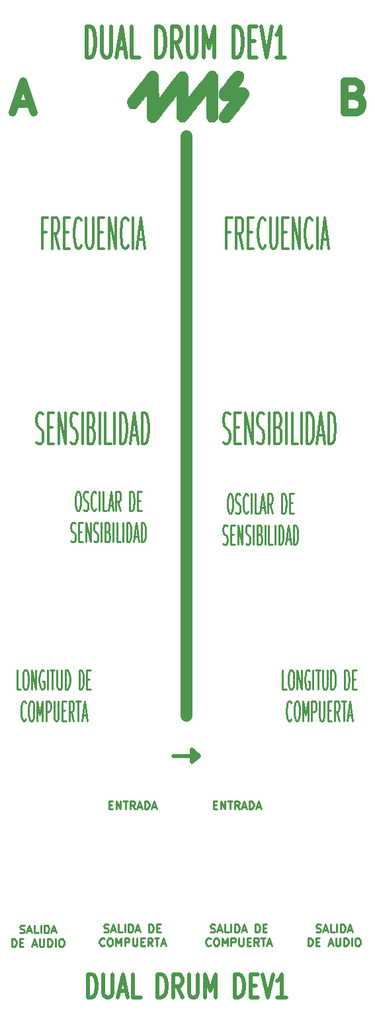
<source format=gbr>
G04 #@! TF.GenerationSoftware,KiCad,Pcbnew,(5.1.4-0-10_14)*
G04 #@! TF.CreationDate,2019-08-29T11:40:13-07:00*
G04 #@! TF.ProjectId,fp-dd-dev1,66702d64-642d-4646-9576-312e6b696361,rev?*
G04 #@! TF.SameCoordinates,PXffeced30PY931840*
G04 #@! TF.FileFunction,Legend,Top*
G04 #@! TF.FilePolarity,Positive*
%FSLAX46Y46*%
G04 Gerber Fmt 4.6, Leading zero omitted, Abs format (unit mm)*
G04 Created by KiCad (PCBNEW (5.1.4-0-10_14)) date 2019-08-29 11:40:13*
%MOMM*%
%LPD*%
G04 APERTURE LIST*
%ADD10C,1.000000*%
%ADD11C,1.500000*%
%ADD12C,0.500000*%
%ADD13C,0.250000*%
%ADD14C,0.375000*%
%ADD15C,0.300000*%
%ADD16C,0.010000*%
%ADD17C,7.620000*%
%ADD18C,7.874000*%
%ADD19C,3.378200*%
%ADD20C,7.112000*%
%ADD21C,5.969000*%
G04 APERTURE END LIST*
D10*
X46834074Y117342314D02*
X47405502Y117151838D01*
X47595979Y116961361D01*
X47786455Y116580409D01*
X47786455Y116008980D01*
X47595979Y115628028D01*
X47405502Y115437552D01*
X47024550Y115247076D01*
X45500740Y115247076D01*
X45500740Y119247076D01*
X46834074Y119247076D01*
X47215026Y119056600D01*
X47405502Y118866123D01*
X47595979Y118485171D01*
X47595979Y118104219D01*
X47405502Y117723266D01*
X47215026Y117532790D01*
X46834074Y117342314D01*
X45500740Y117342314D01*
X3411659Y116389933D02*
X5316420Y116389933D01*
X3030706Y115247076D02*
X4364040Y119247076D01*
X5697373Y115247076D01*
D11*
X25250000Y112225520D02*
X25250000Y38052440D01*
D12*
X25979440Y33683640D02*
X25979440Y32159640D01*
X26883680Y32855600D02*
X25979440Y32113920D01*
X26883680Y32901320D02*
X25979440Y33724280D01*
X23596920Y32896240D02*
X26843040Y32901320D01*
X12616813Y1968418D02*
X12616813Y4968418D01*
X13093003Y4968418D01*
X13378718Y4825560D01*
X13569194Y4539846D01*
X13664432Y4254132D01*
X13759670Y3682703D01*
X13759670Y3254132D01*
X13664432Y2682703D01*
X13569194Y2396989D01*
X13378718Y2111275D01*
X13093003Y1968418D01*
X12616813Y1968418D01*
X14616813Y4968418D02*
X14616813Y2539846D01*
X14712051Y2254132D01*
X14807289Y2111275D01*
X14997765Y1968418D01*
X15378718Y1968418D01*
X15569194Y2111275D01*
X15664432Y2254132D01*
X15759670Y2539846D01*
X15759670Y4968418D01*
X16616813Y2825560D02*
X17569194Y2825560D01*
X16426337Y1968418D02*
X17093003Y4968418D01*
X17759670Y1968418D01*
X19378718Y1968418D02*
X18426337Y1968418D01*
X18426337Y4968418D01*
X21569194Y1968418D02*
X21569194Y4968418D01*
X22045384Y4968418D01*
X22331099Y4825560D01*
X22521575Y4539846D01*
X22616813Y4254132D01*
X22712051Y3682703D01*
X22712051Y3254132D01*
X22616813Y2682703D01*
X22521575Y2396989D01*
X22331099Y2111275D01*
X22045384Y1968418D01*
X21569194Y1968418D01*
X24712051Y1968418D02*
X24045384Y3396989D01*
X23569194Y1968418D02*
X23569194Y4968418D01*
X24331099Y4968418D01*
X24521575Y4825560D01*
X24616813Y4682703D01*
X24712051Y4396989D01*
X24712051Y3968418D01*
X24616813Y3682703D01*
X24521575Y3539846D01*
X24331099Y3396989D01*
X23569194Y3396989D01*
X25569194Y4968418D02*
X25569194Y2539846D01*
X25664432Y2254132D01*
X25759670Y2111275D01*
X25950146Y1968418D01*
X26331099Y1968418D01*
X26521575Y2111275D01*
X26616813Y2254132D01*
X26712051Y2539846D01*
X26712051Y4968418D01*
X27664432Y1968418D02*
X27664432Y4968418D01*
X28331099Y2825560D01*
X28997765Y4968418D01*
X28997765Y1968418D01*
X31473956Y1968418D02*
X31473956Y4968418D01*
X31950146Y4968418D01*
X32235860Y4825560D01*
X32426337Y4539846D01*
X32521575Y4254132D01*
X32616813Y3682703D01*
X32616813Y3254132D01*
X32521575Y2682703D01*
X32426337Y2396989D01*
X32235860Y2111275D01*
X31950146Y1968418D01*
X31473956Y1968418D01*
X33473956Y3539846D02*
X34140622Y3539846D01*
X34426337Y1968418D02*
X33473956Y1968418D01*
X33473956Y4968418D01*
X34426337Y4968418D01*
X34997765Y4968418D02*
X35664432Y1968418D01*
X36331099Y4968418D01*
X38045384Y1968418D02*
X36902527Y1968418D01*
X37473956Y1968418D02*
X37473956Y4968418D01*
X37283480Y4539846D01*
X37093003Y4254132D01*
X36902527Y4111275D01*
X12449173Y122308276D02*
X12449173Y126308276D01*
X12925363Y126308276D01*
X13211078Y126117800D01*
X13401554Y125736847D01*
X13496792Y125355895D01*
X13592030Y124593990D01*
X13592030Y124022561D01*
X13496792Y123260657D01*
X13401554Y122879704D01*
X13211078Y122498752D01*
X12925363Y122308276D01*
X12449173Y122308276D01*
X14449173Y126308276D02*
X14449173Y123070180D01*
X14544411Y122689228D01*
X14639649Y122498752D01*
X14830125Y122308276D01*
X15211078Y122308276D01*
X15401554Y122498752D01*
X15496792Y122689228D01*
X15592030Y123070180D01*
X15592030Y126308276D01*
X16449173Y123451133D02*
X17401554Y123451133D01*
X16258697Y122308276D02*
X16925363Y126308276D01*
X17592030Y122308276D01*
X19211078Y122308276D02*
X18258697Y122308276D01*
X18258697Y126308276D01*
X21401554Y122308276D02*
X21401554Y126308276D01*
X21877744Y126308276D01*
X22163459Y126117800D01*
X22353935Y125736847D01*
X22449173Y125355895D01*
X22544411Y124593990D01*
X22544411Y124022561D01*
X22449173Y123260657D01*
X22353935Y122879704D01*
X22163459Y122498752D01*
X21877744Y122308276D01*
X21401554Y122308276D01*
X24544411Y122308276D02*
X23877744Y124213038D01*
X23401554Y122308276D02*
X23401554Y126308276D01*
X24163459Y126308276D01*
X24353935Y126117800D01*
X24449173Y125927323D01*
X24544411Y125546371D01*
X24544411Y124974942D01*
X24449173Y124593990D01*
X24353935Y124403514D01*
X24163459Y124213038D01*
X23401554Y124213038D01*
X25401554Y126308276D02*
X25401554Y123070180D01*
X25496792Y122689228D01*
X25592030Y122498752D01*
X25782506Y122308276D01*
X26163459Y122308276D01*
X26353935Y122498752D01*
X26449173Y122689228D01*
X26544411Y123070180D01*
X26544411Y126308276D01*
X27496792Y122308276D02*
X27496792Y126308276D01*
X28163459Y123451133D01*
X28830125Y126308276D01*
X28830125Y122308276D01*
X31306316Y122308276D02*
X31306316Y126308276D01*
X31782506Y126308276D01*
X32068220Y126117800D01*
X32258697Y125736847D01*
X32353935Y125355895D01*
X32449173Y124593990D01*
X32449173Y124022561D01*
X32353935Y123260657D01*
X32258697Y122879704D01*
X32068220Y122498752D01*
X31782506Y122308276D01*
X31306316Y122308276D01*
X33306316Y124403514D02*
X33972982Y124403514D01*
X34258697Y122308276D02*
X33306316Y122308276D01*
X33306316Y126308276D01*
X34258697Y126308276D01*
X34830125Y126308276D02*
X35496792Y122308276D01*
X36163459Y126308276D01*
X37877744Y122308276D02*
X36734887Y122308276D01*
X37306316Y122308276D02*
X37306316Y126308276D01*
X37115840Y125736847D01*
X36925363Y125355895D01*
X36734887Y125165419D01*
D13*
X28309072Y10404878D02*
X28451929Y10357259D01*
X28690024Y10357259D01*
X28785262Y10404878D01*
X28832881Y10452497D01*
X28880500Y10547735D01*
X28880500Y10642973D01*
X28832881Y10738211D01*
X28785262Y10785830D01*
X28690024Y10833449D01*
X28499548Y10881068D01*
X28404310Y10928687D01*
X28356691Y10976306D01*
X28309072Y11071544D01*
X28309072Y11166782D01*
X28356691Y11262020D01*
X28404310Y11309640D01*
X28499548Y11357259D01*
X28737643Y11357259D01*
X28880500Y11309640D01*
X29261453Y10642973D02*
X29737643Y10642973D01*
X29166215Y10357259D02*
X29499548Y11357259D01*
X29832881Y10357259D01*
X30642405Y10357259D02*
X30166215Y10357259D01*
X30166215Y11357259D01*
X30975739Y10357259D02*
X30975739Y11357259D01*
X31451929Y10357259D02*
X31451929Y11357259D01*
X31690024Y11357259D01*
X31832881Y11309640D01*
X31928120Y11214401D01*
X31975739Y11119163D01*
X32023358Y10928687D01*
X32023358Y10785830D01*
X31975739Y10595354D01*
X31928120Y10500116D01*
X31832881Y10404878D01*
X31690024Y10357259D01*
X31451929Y10357259D01*
X32404310Y10642973D02*
X32880500Y10642973D01*
X32309072Y10357259D02*
X32642405Y11357259D01*
X32975739Y10357259D01*
X34070977Y10357259D02*
X34070977Y11357259D01*
X34309072Y11357259D01*
X34451929Y11309640D01*
X34547167Y11214401D01*
X34594786Y11119163D01*
X34642405Y10928687D01*
X34642405Y10785830D01*
X34594786Y10595354D01*
X34547167Y10500116D01*
X34451929Y10404878D01*
X34309072Y10357259D01*
X34070977Y10357259D01*
X35070977Y10881068D02*
X35404310Y10881068D01*
X35547167Y10357259D02*
X35070977Y10357259D01*
X35070977Y11357259D01*
X35547167Y11357259D01*
X28356691Y8702498D02*
X28309072Y8654879D01*
X28166215Y8607260D01*
X28070977Y8607260D01*
X27928120Y8654879D01*
X27832881Y8750117D01*
X27785262Y8845355D01*
X27737643Y9035831D01*
X27737643Y9178688D01*
X27785262Y9369164D01*
X27832881Y9464402D01*
X27928120Y9559640D01*
X28070977Y9607260D01*
X28166215Y9607260D01*
X28309072Y9559640D01*
X28356691Y9512021D01*
X28975739Y9607260D02*
X29166215Y9607260D01*
X29261453Y9559640D01*
X29356691Y9464402D01*
X29404310Y9273926D01*
X29404310Y8940593D01*
X29356691Y8750117D01*
X29261453Y8654879D01*
X29166215Y8607260D01*
X28975739Y8607260D01*
X28880500Y8654879D01*
X28785262Y8750117D01*
X28737643Y8940593D01*
X28737643Y9273926D01*
X28785262Y9464402D01*
X28880500Y9559640D01*
X28975739Y9607260D01*
X29832881Y8607260D02*
X29832881Y9607260D01*
X30166215Y8892974D01*
X30499548Y9607260D01*
X30499548Y8607260D01*
X30975739Y8607260D02*
X30975739Y9607260D01*
X31356691Y9607260D01*
X31451929Y9559640D01*
X31499548Y9512021D01*
X31547167Y9416783D01*
X31547167Y9273926D01*
X31499548Y9178688D01*
X31451929Y9131069D01*
X31356691Y9083450D01*
X30975739Y9083450D01*
X31975739Y9607260D02*
X31975739Y8797736D01*
X32023358Y8702498D01*
X32070977Y8654879D01*
X32166215Y8607260D01*
X32356691Y8607260D01*
X32451929Y8654879D01*
X32499548Y8702498D01*
X32547167Y8797736D01*
X32547167Y9607260D01*
X33023358Y9131069D02*
X33356691Y9131069D01*
X33499548Y8607260D02*
X33023358Y8607260D01*
X33023358Y9607260D01*
X33499548Y9607260D01*
X34499548Y8607260D02*
X34166215Y9083450D01*
X33928120Y8607260D02*
X33928120Y9607260D01*
X34309072Y9607260D01*
X34404310Y9559640D01*
X34451929Y9512021D01*
X34499548Y9416783D01*
X34499548Y9273926D01*
X34451929Y9178688D01*
X34404310Y9131069D01*
X34309072Y9083450D01*
X33928120Y9083450D01*
X34785262Y9607260D02*
X35356691Y9607260D01*
X35070977Y8607260D02*
X35070977Y9607260D01*
X35642405Y8892974D02*
X36118596Y8892974D01*
X35547167Y8607260D02*
X35880500Y9607260D01*
X36213834Y8607260D01*
X41854725Y10404878D02*
X41997582Y10357259D01*
X42235678Y10357259D01*
X42330916Y10404878D01*
X42378535Y10452497D01*
X42426154Y10547735D01*
X42426154Y10642973D01*
X42378535Y10738211D01*
X42330916Y10785830D01*
X42235678Y10833449D01*
X42045201Y10881068D01*
X41949963Y10928687D01*
X41902344Y10976306D01*
X41854725Y11071544D01*
X41854725Y11166782D01*
X41902344Y11262020D01*
X41949963Y11309640D01*
X42045201Y11357259D01*
X42283297Y11357259D01*
X42426154Y11309640D01*
X42807106Y10642973D02*
X43283297Y10642973D01*
X42711868Y10357259D02*
X43045201Y11357259D01*
X43378535Y10357259D01*
X44188059Y10357259D02*
X43711868Y10357259D01*
X43711868Y11357259D01*
X44521392Y10357259D02*
X44521392Y11357259D01*
X44997582Y10357259D02*
X44997582Y11357259D01*
X45235678Y11357259D01*
X45378535Y11309640D01*
X45473773Y11214401D01*
X45521392Y11119163D01*
X45569011Y10928687D01*
X45569011Y10785830D01*
X45521392Y10595354D01*
X45473773Y10500116D01*
X45378535Y10404878D01*
X45235678Y10357259D01*
X44997582Y10357259D01*
X45949963Y10642973D02*
X46426154Y10642973D01*
X45854725Y10357259D02*
X46188059Y11357259D01*
X46521392Y10357259D01*
X40830916Y8607260D02*
X40830916Y9607260D01*
X41069011Y9607260D01*
X41211868Y9559640D01*
X41307106Y9464402D01*
X41354725Y9369164D01*
X41402344Y9178688D01*
X41402344Y9035831D01*
X41354725Y8845355D01*
X41307106Y8750117D01*
X41211868Y8654879D01*
X41069011Y8607260D01*
X40830916Y8607260D01*
X41830916Y9131069D02*
X42164249Y9131069D01*
X42307106Y8607260D02*
X41830916Y8607260D01*
X41830916Y9607260D01*
X42307106Y9607260D01*
X43449963Y8892974D02*
X43926154Y8892974D01*
X43354725Y8607260D02*
X43688059Y9607260D01*
X44021392Y8607260D01*
X44354725Y9607260D02*
X44354725Y8797736D01*
X44402344Y8702498D01*
X44449963Y8654879D01*
X44545201Y8607260D01*
X44735678Y8607260D01*
X44830916Y8654879D01*
X44878535Y8702498D01*
X44926154Y8797736D01*
X44926154Y9607260D01*
X45402344Y8607260D02*
X45402344Y9607260D01*
X45640440Y9607260D01*
X45783297Y9559640D01*
X45878535Y9464402D01*
X45926154Y9369164D01*
X45973773Y9178688D01*
X45973773Y9035831D01*
X45926154Y8845355D01*
X45878535Y8750117D01*
X45783297Y8654879D01*
X45640440Y8607260D01*
X45402344Y8607260D01*
X46402344Y8607260D02*
X46402344Y9607260D01*
X47069011Y9607260D02*
X47259487Y9607260D01*
X47354725Y9559640D01*
X47449963Y9464402D01*
X47497582Y9273926D01*
X47497582Y8940593D01*
X47449963Y8750117D01*
X47354725Y8654879D01*
X47259487Y8607260D01*
X47069011Y8607260D01*
X46973773Y8654879D01*
X46878535Y8750117D01*
X46830916Y8940593D01*
X46830916Y9273926D01*
X46878535Y9464402D01*
X46973773Y9559640D01*
X47069011Y9607260D01*
X14699752Y10404878D02*
X14842609Y10357259D01*
X15080704Y10357259D01*
X15175942Y10404878D01*
X15223561Y10452497D01*
X15271180Y10547735D01*
X15271180Y10642973D01*
X15223561Y10738211D01*
X15175942Y10785830D01*
X15080704Y10833449D01*
X14890228Y10881068D01*
X14794990Y10928687D01*
X14747371Y10976306D01*
X14699752Y11071544D01*
X14699752Y11166782D01*
X14747371Y11262020D01*
X14794990Y11309640D01*
X14890228Y11357259D01*
X15128323Y11357259D01*
X15271180Y11309640D01*
X15652133Y10642973D02*
X16128323Y10642973D01*
X15556895Y10357259D02*
X15890228Y11357259D01*
X16223561Y10357259D01*
X17033085Y10357259D02*
X16556895Y10357259D01*
X16556895Y11357259D01*
X17366419Y10357259D02*
X17366419Y11357259D01*
X17842609Y10357259D02*
X17842609Y11357259D01*
X18080704Y11357259D01*
X18223561Y11309640D01*
X18318800Y11214401D01*
X18366419Y11119163D01*
X18414038Y10928687D01*
X18414038Y10785830D01*
X18366419Y10595354D01*
X18318800Y10500116D01*
X18223561Y10404878D01*
X18080704Y10357259D01*
X17842609Y10357259D01*
X18794990Y10642973D02*
X19271180Y10642973D01*
X18699752Y10357259D02*
X19033085Y11357259D01*
X19366419Y10357259D01*
X20461657Y10357259D02*
X20461657Y11357259D01*
X20699752Y11357259D01*
X20842609Y11309640D01*
X20937847Y11214401D01*
X20985466Y11119163D01*
X21033085Y10928687D01*
X21033085Y10785830D01*
X20985466Y10595354D01*
X20937847Y10500116D01*
X20842609Y10404878D01*
X20699752Y10357259D01*
X20461657Y10357259D01*
X21461657Y10881068D02*
X21794990Y10881068D01*
X21937847Y10357259D02*
X21461657Y10357259D01*
X21461657Y11357259D01*
X21937847Y11357259D01*
X14747371Y8702498D02*
X14699752Y8654879D01*
X14556895Y8607260D01*
X14461657Y8607260D01*
X14318800Y8654879D01*
X14223561Y8750117D01*
X14175942Y8845355D01*
X14128323Y9035831D01*
X14128323Y9178688D01*
X14175942Y9369164D01*
X14223561Y9464402D01*
X14318800Y9559640D01*
X14461657Y9607260D01*
X14556895Y9607260D01*
X14699752Y9559640D01*
X14747371Y9512021D01*
X15366419Y9607260D02*
X15556895Y9607260D01*
X15652133Y9559640D01*
X15747371Y9464402D01*
X15794990Y9273926D01*
X15794990Y8940593D01*
X15747371Y8750117D01*
X15652133Y8654879D01*
X15556895Y8607260D01*
X15366419Y8607260D01*
X15271180Y8654879D01*
X15175942Y8750117D01*
X15128323Y8940593D01*
X15128323Y9273926D01*
X15175942Y9464402D01*
X15271180Y9559640D01*
X15366419Y9607260D01*
X16223561Y8607260D02*
X16223561Y9607260D01*
X16556895Y8892974D01*
X16890228Y9607260D01*
X16890228Y8607260D01*
X17366419Y8607260D02*
X17366419Y9607260D01*
X17747371Y9607260D01*
X17842609Y9559640D01*
X17890228Y9512021D01*
X17937847Y9416783D01*
X17937847Y9273926D01*
X17890228Y9178688D01*
X17842609Y9131069D01*
X17747371Y9083450D01*
X17366419Y9083450D01*
X18366419Y9607260D02*
X18366419Y8797736D01*
X18414038Y8702498D01*
X18461657Y8654879D01*
X18556895Y8607260D01*
X18747371Y8607260D01*
X18842609Y8654879D01*
X18890228Y8702498D01*
X18937847Y8797736D01*
X18937847Y9607260D01*
X19414038Y9131069D02*
X19747371Y9131069D01*
X19890228Y8607260D02*
X19414038Y8607260D01*
X19414038Y9607260D01*
X19890228Y9607260D01*
X20890228Y8607260D02*
X20556895Y9083450D01*
X20318800Y8607260D02*
X20318800Y9607260D01*
X20699752Y9607260D01*
X20794990Y9559640D01*
X20842609Y9512021D01*
X20890228Y9416783D01*
X20890228Y9273926D01*
X20842609Y9178688D01*
X20794990Y9131069D01*
X20699752Y9083450D01*
X20318800Y9083450D01*
X21175942Y9607260D02*
X21747371Y9607260D01*
X21461657Y8607260D02*
X21461657Y9607260D01*
X22033085Y8892974D02*
X22509276Y8892974D01*
X21937847Y8607260D02*
X22271180Y9607260D01*
X22604514Y8607260D01*
X3932525Y10288038D02*
X4075382Y10240419D01*
X4313478Y10240419D01*
X4408716Y10288038D01*
X4456335Y10335657D01*
X4503954Y10430895D01*
X4503954Y10526133D01*
X4456335Y10621371D01*
X4408716Y10668990D01*
X4313478Y10716609D01*
X4123001Y10764228D01*
X4027763Y10811847D01*
X3980144Y10859466D01*
X3932525Y10954704D01*
X3932525Y11049942D01*
X3980144Y11145180D01*
X4027763Y11192800D01*
X4123001Y11240419D01*
X4361097Y11240419D01*
X4503954Y11192800D01*
X4884906Y10526133D02*
X5361097Y10526133D01*
X4789668Y10240419D02*
X5123001Y11240419D01*
X5456335Y10240419D01*
X6265859Y10240419D02*
X5789668Y10240419D01*
X5789668Y11240419D01*
X6599192Y10240419D02*
X6599192Y11240419D01*
X7075382Y10240419D02*
X7075382Y11240419D01*
X7313478Y11240419D01*
X7456335Y11192800D01*
X7551573Y11097561D01*
X7599192Y11002323D01*
X7646811Y10811847D01*
X7646811Y10668990D01*
X7599192Y10478514D01*
X7551573Y10383276D01*
X7456335Y10288038D01*
X7313478Y10240419D01*
X7075382Y10240419D01*
X8027763Y10526133D02*
X8503954Y10526133D01*
X7932525Y10240419D02*
X8265859Y11240419D01*
X8599192Y10240419D01*
X2908716Y8490420D02*
X2908716Y9490420D01*
X3146811Y9490420D01*
X3289668Y9442800D01*
X3384906Y9347562D01*
X3432525Y9252324D01*
X3480144Y9061848D01*
X3480144Y8918991D01*
X3432525Y8728515D01*
X3384906Y8633277D01*
X3289668Y8538039D01*
X3146811Y8490420D01*
X2908716Y8490420D01*
X3908716Y9014229D02*
X4242049Y9014229D01*
X4384906Y8490420D02*
X3908716Y8490420D01*
X3908716Y9490420D01*
X4384906Y9490420D01*
X5527763Y8776134D02*
X6003954Y8776134D01*
X5432525Y8490420D02*
X5765859Y9490420D01*
X6099192Y8490420D01*
X6432525Y9490420D02*
X6432525Y8680896D01*
X6480144Y8585658D01*
X6527763Y8538039D01*
X6623001Y8490420D01*
X6813478Y8490420D01*
X6908716Y8538039D01*
X6956335Y8585658D01*
X7003954Y8680896D01*
X7003954Y9490420D01*
X7480144Y8490420D02*
X7480144Y9490420D01*
X7718239Y9490420D01*
X7861097Y9442800D01*
X7956335Y9347562D01*
X8003954Y9252324D01*
X8051573Y9061848D01*
X8051573Y8918991D01*
X8003954Y8728515D01*
X7956335Y8633277D01*
X7861097Y8538039D01*
X7718239Y8490420D01*
X7480144Y8490420D01*
X8480144Y8490420D02*
X8480144Y9490420D01*
X9146811Y9490420D02*
X9337287Y9490420D01*
X9432525Y9442800D01*
X9527763Y9347562D01*
X9575382Y9157086D01*
X9575382Y8823753D01*
X9527763Y8633277D01*
X9432525Y8538039D01*
X9337287Y8490420D01*
X9146811Y8490420D01*
X9051573Y8538039D01*
X8956335Y8633277D01*
X8908716Y8823753D01*
X8908716Y9157086D01*
X8956335Y9347562D01*
X9051573Y9442800D01*
X9146811Y9490420D01*
X28718249Y26643068D02*
X29051582Y26643068D01*
X29194440Y26119259D02*
X28718249Y26119259D01*
X28718249Y27119259D01*
X29194440Y27119259D01*
X29623011Y26119259D02*
X29623011Y27119259D01*
X30194440Y26119259D01*
X30194440Y27119259D01*
X30527773Y27119259D02*
X31099201Y27119259D01*
X30813487Y26119259D02*
X30813487Y27119259D01*
X32003963Y26119259D02*
X31670630Y26595449D01*
X31432535Y26119259D02*
X31432535Y27119259D01*
X31813487Y27119259D01*
X31908725Y27071640D01*
X31956344Y27024020D01*
X32003963Y26928782D01*
X32003963Y26785925D01*
X31956344Y26690687D01*
X31908725Y26643068D01*
X31813487Y26595449D01*
X31432535Y26595449D01*
X32384916Y26404973D02*
X32861106Y26404973D01*
X32289678Y26119259D02*
X32623011Y27119259D01*
X32956344Y26119259D01*
X33289678Y26119259D02*
X33289678Y27119259D01*
X33527773Y27119259D01*
X33670630Y27071640D01*
X33765868Y26976401D01*
X33813487Y26881163D01*
X33861106Y26690687D01*
X33861106Y26547830D01*
X33813487Y26357354D01*
X33765868Y26262116D01*
X33670630Y26166878D01*
X33527773Y26119259D01*
X33289678Y26119259D01*
X34242059Y26404973D02*
X34718249Y26404973D01*
X34146820Y26119259D02*
X34480154Y27119259D01*
X34813487Y26119259D01*
X15342609Y26643068D02*
X15675942Y26643068D01*
X15818800Y26119259D02*
X15342609Y26119259D01*
X15342609Y27119259D01*
X15818800Y27119259D01*
X16247371Y26119259D02*
X16247371Y27119259D01*
X16818800Y26119259D01*
X16818800Y27119259D01*
X17152133Y27119259D02*
X17723561Y27119259D01*
X17437847Y26119259D02*
X17437847Y27119259D01*
X18628323Y26119259D02*
X18294990Y26595449D01*
X18056895Y26119259D02*
X18056895Y27119259D01*
X18437847Y27119259D01*
X18533085Y27071640D01*
X18580704Y27024020D01*
X18628323Y26928782D01*
X18628323Y26785925D01*
X18580704Y26690687D01*
X18533085Y26643068D01*
X18437847Y26595449D01*
X18056895Y26595449D01*
X19009276Y26404973D02*
X19485466Y26404973D01*
X18914038Y26119259D02*
X19247371Y27119259D01*
X19580704Y26119259D01*
X19914038Y26119259D02*
X19914038Y27119259D01*
X20152133Y27119259D01*
X20294990Y27071640D01*
X20390228Y26976401D01*
X20437847Y26881163D01*
X20485466Y26690687D01*
X20485466Y26547830D01*
X20437847Y26357354D01*
X20390228Y26262116D01*
X20294990Y26166878D01*
X20152133Y26119259D01*
X19914038Y26119259D01*
X20866419Y26404973D02*
X21342609Y26404973D01*
X20771180Y26119259D02*
X21104514Y27119259D01*
X21437847Y26119259D01*
X4035714Y41410687D02*
X3559523Y41410687D01*
X3559523Y43910687D01*
X4559523Y43910687D02*
X4750000Y43910687D01*
X4845238Y43791640D01*
X4940476Y43553544D01*
X4988095Y43077354D01*
X4988095Y42244020D01*
X4940476Y41767830D01*
X4845238Y41529735D01*
X4750000Y41410687D01*
X4559523Y41410687D01*
X4464285Y41529735D01*
X4369047Y41767830D01*
X4321428Y42244020D01*
X4321428Y43077354D01*
X4369047Y43553544D01*
X4464285Y43791640D01*
X4559523Y43910687D01*
X5416666Y41410687D02*
X5416666Y43910687D01*
X5988095Y41410687D01*
X5988095Y43910687D01*
X6988095Y43791640D02*
X6892857Y43910687D01*
X6750000Y43910687D01*
X6607142Y43791640D01*
X6511904Y43553544D01*
X6464285Y43315449D01*
X6416666Y42839259D01*
X6416666Y42482116D01*
X6464285Y42005925D01*
X6511904Y41767830D01*
X6607142Y41529735D01*
X6750000Y41410687D01*
X6845238Y41410687D01*
X6988095Y41529735D01*
X7035714Y41648782D01*
X7035714Y42482116D01*
X6845238Y42482116D01*
X7464285Y41410687D02*
X7464285Y43910687D01*
X7797619Y43910687D02*
X8369047Y43910687D01*
X8083333Y41410687D02*
X8083333Y43910687D01*
X8702380Y43910687D02*
X8702380Y41886878D01*
X8750000Y41648782D01*
X8797619Y41529735D01*
X8892857Y41410687D01*
X9083333Y41410687D01*
X9178571Y41529735D01*
X9226190Y41648782D01*
X9273809Y41886878D01*
X9273809Y43910687D01*
X9750000Y41410687D02*
X9750000Y43910687D01*
X9988095Y43910687D01*
X10130952Y43791640D01*
X10226190Y43553544D01*
X10273809Y43315449D01*
X10321428Y42839259D01*
X10321428Y42482116D01*
X10273809Y42005925D01*
X10226190Y41767830D01*
X10130952Y41529735D01*
X9988095Y41410687D01*
X9750000Y41410687D01*
X11511904Y41410687D02*
X11511904Y43910687D01*
X11750000Y43910687D01*
X11892857Y43791640D01*
X11988095Y43553544D01*
X12035714Y43315449D01*
X12083333Y42839259D01*
X12083333Y42482116D01*
X12035714Y42005925D01*
X11988095Y41767830D01*
X11892857Y41529735D01*
X11750000Y41410687D01*
X11511904Y41410687D01*
X12511904Y42720211D02*
X12845238Y42720211D01*
X12988095Y41410687D02*
X12511904Y41410687D01*
X12511904Y43910687D01*
X12988095Y43910687D01*
X4678571Y37648782D02*
X4630952Y37529735D01*
X4488095Y37410687D01*
X4392857Y37410687D01*
X4250000Y37529735D01*
X4154761Y37767830D01*
X4107142Y38005925D01*
X4059523Y38482116D01*
X4059523Y38839259D01*
X4107142Y39315449D01*
X4154761Y39553544D01*
X4250000Y39791640D01*
X4392857Y39910687D01*
X4488095Y39910687D01*
X4630952Y39791640D01*
X4678571Y39672592D01*
X5297619Y39910687D02*
X5488095Y39910687D01*
X5583333Y39791640D01*
X5678571Y39553544D01*
X5726190Y39077354D01*
X5726190Y38244020D01*
X5678571Y37767830D01*
X5583333Y37529735D01*
X5488095Y37410687D01*
X5297619Y37410687D01*
X5202380Y37529735D01*
X5107142Y37767830D01*
X5059523Y38244020D01*
X5059523Y39077354D01*
X5107142Y39553544D01*
X5202380Y39791640D01*
X5297619Y39910687D01*
X6154761Y37410687D02*
X6154761Y39910687D01*
X6488095Y38124973D01*
X6821428Y39910687D01*
X6821428Y37410687D01*
X7297619Y37410687D02*
X7297619Y39910687D01*
X7678571Y39910687D01*
X7773809Y39791640D01*
X7821428Y39672592D01*
X7869047Y39434497D01*
X7869047Y39077354D01*
X7821428Y38839259D01*
X7773809Y38720211D01*
X7678571Y38601163D01*
X7297619Y38601163D01*
X8297619Y39910687D02*
X8297619Y37886878D01*
X8345238Y37648782D01*
X8392857Y37529735D01*
X8488095Y37410687D01*
X8678571Y37410687D01*
X8773809Y37529735D01*
X8821428Y37648782D01*
X8869047Y37886878D01*
X8869047Y39910687D01*
X9345238Y38720211D02*
X9678571Y38720211D01*
X9821428Y37410687D02*
X9345238Y37410687D01*
X9345238Y39910687D01*
X9821428Y39910687D01*
X10821428Y37410687D02*
X10488095Y38601163D01*
X10250000Y37410687D02*
X10250000Y39910687D01*
X10630952Y39910687D01*
X10726190Y39791640D01*
X10773809Y39672592D01*
X10821428Y39434497D01*
X10821428Y39077354D01*
X10773809Y38839259D01*
X10726190Y38720211D01*
X10630952Y38601163D01*
X10250000Y38601163D01*
X11107142Y39910687D02*
X11678571Y39910687D01*
X11392857Y37410687D02*
X11392857Y39910687D01*
X11964285Y38124973D02*
X12440476Y38124973D01*
X11869047Y37410687D02*
X12202380Y39910687D01*
X12535714Y37410687D01*
X38035714Y41410687D02*
X37559523Y41410687D01*
X37559523Y43910687D01*
X38559523Y43910687D02*
X38750000Y43910687D01*
X38845238Y43791640D01*
X38940476Y43553544D01*
X38988095Y43077354D01*
X38988095Y42244020D01*
X38940476Y41767830D01*
X38845238Y41529735D01*
X38750000Y41410687D01*
X38559523Y41410687D01*
X38464285Y41529735D01*
X38369047Y41767830D01*
X38321428Y42244020D01*
X38321428Y43077354D01*
X38369047Y43553544D01*
X38464285Y43791640D01*
X38559523Y43910687D01*
X39416666Y41410687D02*
X39416666Y43910687D01*
X39988095Y41410687D01*
X39988095Y43910687D01*
X40988095Y43791640D02*
X40892857Y43910687D01*
X40750000Y43910687D01*
X40607142Y43791640D01*
X40511904Y43553544D01*
X40464285Y43315449D01*
X40416666Y42839259D01*
X40416666Y42482116D01*
X40464285Y42005925D01*
X40511904Y41767830D01*
X40607142Y41529735D01*
X40750000Y41410687D01*
X40845238Y41410687D01*
X40988095Y41529735D01*
X41035714Y41648782D01*
X41035714Y42482116D01*
X40845238Y42482116D01*
X41464285Y41410687D02*
X41464285Y43910687D01*
X41797619Y43910687D02*
X42369047Y43910687D01*
X42083333Y41410687D02*
X42083333Y43910687D01*
X42702380Y43910687D02*
X42702380Y41886878D01*
X42750000Y41648782D01*
X42797619Y41529735D01*
X42892857Y41410687D01*
X43083333Y41410687D01*
X43178571Y41529735D01*
X43226190Y41648782D01*
X43273809Y41886878D01*
X43273809Y43910687D01*
X43750000Y41410687D02*
X43750000Y43910687D01*
X43988095Y43910687D01*
X44130952Y43791640D01*
X44226190Y43553544D01*
X44273809Y43315449D01*
X44321428Y42839259D01*
X44321428Y42482116D01*
X44273809Y42005925D01*
X44226190Y41767830D01*
X44130952Y41529735D01*
X43988095Y41410687D01*
X43750000Y41410687D01*
X45511904Y41410687D02*
X45511904Y43910687D01*
X45750000Y43910687D01*
X45892857Y43791640D01*
X45988095Y43553544D01*
X46035714Y43315449D01*
X46083333Y42839259D01*
X46083333Y42482116D01*
X46035714Y42005925D01*
X45988095Y41767830D01*
X45892857Y41529735D01*
X45750000Y41410687D01*
X45511904Y41410687D01*
X46511904Y42720211D02*
X46845238Y42720211D01*
X46988095Y41410687D02*
X46511904Y41410687D01*
X46511904Y43910687D01*
X46988095Y43910687D01*
X38678571Y37648782D02*
X38630952Y37529735D01*
X38488095Y37410687D01*
X38392857Y37410687D01*
X38250000Y37529735D01*
X38154761Y37767830D01*
X38107142Y38005925D01*
X38059523Y38482116D01*
X38059523Y38839259D01*
X38107142Y39315449D01*
X38154761Y39553544D01*
X38250000Y39791640D01*
X38392857Y39910687D01*
X38488095Y39910687D01*
X38630952Y39791640D01*
X38678571Y39672592D01*
X39297619Y39910687D02*
X39488095Y39910687D01*
X39583333Y39791640D01*
X39678571Y39553544D01*
X39726190Y39077354D01*
X39726190Y38244020D01*
X39678571Y37767830D01*
X39583333Y37529735D01*
X39488095Y37410687D01*
X39297619Y37410687D01*
X39202380Y37529735D01*
X39107142Y37767830D01*
X39059523Y38244020D01*
X39059523Y39077354D01*
X39107142Y39553544D01*
X39202380Y39791640D01*
X39297619Y39910687D01*
X40154761Y37410687D02*
X40154761Y39910687D01*
X40488095Y38124973D01*
X40821428Y39910687D01*
X40821428Y37410687D01*
X41297619Y37410687D02*
X41297619Y39910687D01*
X41678571Y39910687D01*
X41773809Y39791640D01*
X41821428Y39672592D01*
X41869047Y39434497D01*
X41869047Y39077354D01*
X41821428Y38839259D01*
X41773809Y38720211D01*
X41678571Y38601163D01*
X41297619Y38601163D01*
X42297619Y39910687D02*
X42297619Y37886878D01*
X42345238Y37648782D01*
X42392857Y37529735D01*
X42488095Y37410687D01*
X42678571Y37410687D01*
X42773809Y37529735D01*
X42821428Y37648782D01*
X42869047Y37886878D01*
X42869047Y39910687D01*
X43345238Y38720211D02*
X43678571Y38720211D01*
X43821428Y37410687D02*
X43345238Y37410687D01*
X43345238Y39910687D01*
X43821428Y39910687D01*
X44821428Y37410687D02*
X44488095Y38601163D01*
X44250000Y37410687D02*
X44250000Y39910687D01*
X44630952Y39910687D01*
X44726190Y39791640D01*
X44773809Y39672592D01*
X44821428Y39434497D01*
X44821428Y39077354D01*
X44773809Y38839259D01*
X44726190Y38720211D01*
X44630952Y38601163D01*
X44250000Y38601163D01*
X45107142Y39910687D02*
X45678571Y39910687D01*
X45392857Y37410687D02*
X45392857Y39910687D01*
X45964285Y38124973D02*
X46440476Y38124973D01*
X45869047Y37410687D02*
X46202380Y39910687D01*
X46535714Y37410687D01*
X30745929Y66465887D02*
X30936405Y66465887D01*
X31031643Y66346840D01*
X31126881Y66108744D01*
X31174500Y65632554D01*
X31174500Y64799220D01*
X31126881Y64323030D01*
X31031643Y64084935D01*
X30936405Y63965887D01*
X30745929Y63965887D01*
X30650691Y64084935D01*
X30555453Y64323030D01*
X30507834Y64799220D01*
X30507834Y65632554D01*
X30555453Y66108744D01*
X30650691Y66346840D01*
X30745929Y66465887D01*
X31555453Y64084935D02*
X31698310Y63965887D01*
X31936405Y63965887D01*
X32031643Y64084935D01*
X32079262Y64203982D01*
X32126881Y64442078D01*
X32126881Y64680173D01*
X32079262Y64918268D01*
X32031643Y65037316D01*
X31936405Y65156363D01*
X31745929Y65275411D01*
X31650691Y65394459D01*
X31603072Y65513506D01*
X31555453Y65751601D01*
X31555453Y65989697D01*
X31603072Y66227792D01*
X31650691Y66346840D01*
X31745929Y66465887D01*
X31984024Y66465887D01*
X32126881Y66346840D01*
X33126881Y64203982D02*
X33079262Y64084935D01*
X32936405Y63965887D01*
X32841167Y63965887D01*
X32698310Y64084935D01*
X32603072Y64323030D01*
X32555453Y64561125D01*
X32507834Y65037316D01*
X32507834Y65394459D01*
X32555453Y65870649D01*
X32603072Y66108744D01*
X32698310Y66346840D01*
X32841167Y66465887D01*
X32936405Y66465887D01*
X33079262Y66346840D01*
X33126881Y66227792D01*
X33555453Y63965887D02*
X33555453Y66465887D01*
X34507834Y63965887D02*
X34031643Y63965887D01*
X34031643Y66465887D01*
X34793548Y64680173D02*
X35269739Y64680173D01*
X34698310Y63965887D02*
X35031643Y66465887D01*
X35364977Y63965887D01*
X36269739Y63965887D02*
X35936405Y65156363D01*
X35698310Y63965887D02*
X35698310Y66465887D01*
X36079262Y66465887D01*
X36174500Y66346840D01*
X36222120Y66227792D01*
X36269739Y65989697D01*
X36269739Y65632554D01*
X36222120Y65394459D01*
X36174500Y65275411D01*
X36079262Y65156363D01*
X35698310Y65156363D01*
X37460215Y63965887D02*
X37460215Y66465887D01*
X37698310Y66465887D01*
X37841167Y66346840D01*
X37936405Y66108744D01*
X37984024Y65870649D01*
X38031643Y65394459D01*
X38031643Y65037316D01*
X37984024Y64561125D01*
X37936405Y64323030D01*
X37841167Y64084935D01*
X37698310Y63965887D01*
X37460215Y63965887D01*
X38460215Y65275411D02*
X38793548Y65275411D01*
X38936405Y63965887D02*
X38460215Y63965887D01*
X38460215Y66465887D01*
X38936405Y66465887D01*
X29936405Y60084935D02*
X30079262Y59965887D01*
X30317358Y59965887D01*
X30412596Y60084935D01*
X30460215Y60203982D01*
X30507834Y60442078D01*
X30507834Y60680173D01*
X30460215Y60918268D01*
X30412596Y61037316D01*
X30317358Y61156363D01*
X30126881Y61275411D01*
X30031643Y61394459D01*
X29984024Y61513506D01*
X29936405Y61751601D01*
X29936405Y61989697D01*
X29984024Y62227792D01*
X30031643Y62346840D01*
X30126881Y62465887D01*
X30364977Y62465887D01*
X30507834Y62346840D01*
X30936405Y61275411D02*
X31269739Y61275411D01*
X31412596Y59965887D02*
X30936405Y59965887D01*
X30936405Y62465887D01*
X31412596Y62465887D01*
X31841167Y59965887D02*
X31841167Y62465887D01*
X32412596Y59965887D01*
X32412596Y62465887D01*
X32841167Y60084935D02*
X32984024Y59965887D01*
X33222120Y59965887D01*
X33317358Y60084935D01*
X33364977Y60203982D01*
X33412596Y60442078D01*
X33412596Y60680173D01*
X33364977Y60918268D01*
X33317358Y61037316D01*
X33222120Y61156363D01*
X33031643Y61275411D01*
X32936405Y61394459D01*
X32888786Y61513506D01*
X32841167Y61751601D01*
X32841167Y61989697D01*
X32888786Y62227792D01*
X32936405Y62346840D01*
X33031643Y62465887D01*
X33269739Y62465887D01*
X33412596Y62346840D01*
X33841167Y59965887D02*
X33841167Y62465887D01*
X34650691Y61275411D02*
X34793548Y61156363D01*
X34841167Y61037316D01*
X34888786Y60799220D01*
X34888786Y60442078D01*
X34841167Y60203982D01*
X34793548Y60084935D01*
X34698310Y59965887D01*
X34317358Y59965887D01*
X34317358Y62465887D01*
X34650691Y62465887D01*
X34745929Y62346840D01*
X34793548Y62227792D01*
X34841167Y61989697D01*
X34841167Y61751601D01*
X34793548Y61513506D01*
X34745929Y61394459D01*
X34650691Y61275411D01*
X34317358Y61275411D01*
X35317358Y59965887D02*
X35317358Y62465887D01*
X36269739Y59965887D02*
X35793548Y59965887D01*
X35793548Y62465887D01*
X36603072Y59965887D02*
X36603072Y62465887D01*
X37079262Y59965887D02*
X37079262Y62465887D01*
X37317358Y62465887D01*
X37460215Y62346840D01*
X37555453Y62108744D01*
X37603072Y61870649D01*
X37650691Y61394459D01*
X37650691Y61037316D01*
X37603072Y60561125D01*
X37555453Y60323030D01*
X37460215Y60084935D01*
X37317358Y59965887D01*
X37079262Y59965887D01*
X38031643Y60680173D02*
X38507834Y60680173D01*
X37936405Y59965887D02*
X38269739Y62465887D01*
X38603072Y59965887D01*
X38936405Y59965887D02*
X38936405Y62465887D01*
X39174500Y62465887D01*
X39317358Y62346840D01*
X39412596Y62108744D01*
X39460215Y61870649D01*
X39507834Y61394459D01*
X39507834Y61037316D01*
X39460215Y60561125D01*
X39412596Y60323030D01*
X39317358Y60084935D01*
X39174500Y59965887D01*
X38936405Y59965887D01*
X11284449Y66785927D02*
X11474925Y66785927D01*
X11570163Y66666880D01*
X11665401Y66428784D01*
X11713020Y65952594D01*
X11713020Y65119260D01*
X11665401Y64643070D01*
X11570163Y64404975D01*
X11474925Y64285927D01*
X11284449Y64285927D01*
X11189211Y64404975D01*
X11093973Y64643070D01*
X11046354Y65119260D01*
X11046354Y65952594D01*
X11093973Y66428784D01*
X11189211Y66666880D01*
X11284449Y66785927D01*
X12093973Y64404975D02*
X12236830Y64285927D01*
X12474925Y64285927D01*
X12570163Y64404975D01*
X12617782Y64524022D01*
X12665401Y64762118D01*
X12665401Y65000213D01*
X12617782Y65238308D01*
X12570163Y65357356D01*
X12474925Y65476403D01*
X12284449Y65595451D01*
X12189211Y65714499D01*
X12141592Y65833546D01*
X12093973Y66071641D01*
X12093973Y66309737D01*
X12141592Y66547832D01*
X12189211Y66666880D01*
X12284449Y66785927D01*
X12522544Y66785927D01*
X12665401Y66666880D01*
X13665401Y64524022D02*
X13617782Y64404975D01*
X13474925Y64285927D01*
X13379687Y64285927D01*
X13236830Y64404975D01*
X13141592Y64643070D01*
X13093973Y64881165D01*
X13046354Y65357356D01*
X13046354Y65714499D01*
X13093973Y66190689D01*
X13141592Y66428784D01*
X13236830Y66666880D01*
X13379687Y66785927D01*
X13474925Y66785927D01*
X13617782Y66666880D01*
X13665401Y66547832D01*
X14093973Y64285927D02*
X14093973Y66785927D01*
X15046354Y64285927D02*
X14570163Y64285927D01*
X14570163Y66785927D01*
X15332068Y65000213D02*
X15808259Y65000213D01*
X15236830Y64285927D02*
X15570163Y66785927D01*
X15903497Y64285927D01*
X16808259Y64285927D02*
X16474925Y65476403D01*
X16236830Y64285927D02*
X16236830Y66785927D01*
X16617782Y66785927D01*
X16713020Y66666880D01*
X16760640Y66547832D01*
X16808259Y66309737D01*
X16808259Y65952594D01*
X16760640Y65714499D01*
X16713020Y65595451D01*
X16617782Y65476403D01*
X16236830Y65476403D01*
X17998735Y64285927D02*
X17998735Y66785927D01*
X18236830Y66785927D01*
X18379687Y66666880D01*
X18474925Y66428784D01*
X18522544Y66190689D01*
X18570163Y65714499D01*
X18570163Y65357356D01*
X18522544Y64881165D01*
X18474925Y64643070D01*
X18379687Y64404975D01*
X18236830Y64285927D01*
X17998735Y64285927D01*
X18998735Y65595451D02*
X19332068Y65595451D01*
X19474925Y64285927D02*
X18998735Y64285927D01*
X18998735Y66785927D01*
X19474925Y66785927D01*
X10474925Y60404975D02*
X10617782Y60285927D01*
X10855878Y60285927D01*
X10951116Y60404975D01*
X10998735Y60524022D01*
X11046354Y60762118D01*
X11046354Y61000213D01*
X10998735Y61238308D01*
X10951116Y61357356D01*
X10855878Y61476403D01*
X10665401Y61595451D01*
X10570163Y61714499D01*
X10522544Y61833546D01*
X10474925Y62071641D01*
X10474925Y62309737D01*
X10522544Y62547832D01*
X10570163Y62666880D01*
X10665401Y62785927D01*
X10903497Y62785927D01*
X11046354Y62666880D01*
X11474925Y61595451D02*
X11808259Y61595451D01*
X11951116Y60285927D02*
X11474925Y60285927D01*
X11474925Y62785927D01*
X11951116Y62785927D01*
X12379687Y60285927D02*
X12379687Y62785927D01*
X12951116Y60285927D01*
X12951116Y62785927D01*
X13379687Y60404975D02*
X13522544Y60285927D01*
X13760639Y60285927D01*
X13855878Y60404975D01*
X13903497Y60524022D01*
X13951116Y60762118D01*
X13951116Y61000213D01*
X13903497Y61238308D01*
X13855878Y61357356D01*
X13760639Y61476403D01*
X13570163Y61595451D01*
X13474925Y61714499D01*
X13427306Y61833546D01*
X13379687Y62071641D01*
X13379687Y62309737D01*
X13427306Y62547832D01*
X13474925Y62666880D01*
X13570163Y62785927D01*
X13808259Y62785927D01*
X13951116Y62666880D01*
X14379687Y60285927D02*
X14379687Y62785927D01*
X15189211Y61595451D02*
X15332068Y61476403D01*
X15379687Y61357356D01*
X15427306Y61119260D01*
X15427306Y60762118D01*
X15379687Y60524022D01*
X15332068Y60404975D01*
X15236830Y60285927D01*
X14855878Y60285927D01*
X14855878Y62785927D01*
X15189211Y62785927D01*
X15284449Y62666880D01*
X15332068Y62547832D01*
X15379687Y62309737D01*
X15379687Y62071641D01*
X15332068Y61833546D01*
X15284449Y61714499D01*
X15189211Y61595451D01*
X14855878Y61595451D01*
X15855878Y60285927D02*
X15855878Y62785927D01*
X16808259Y60285927D02*
X16332068Y60285927D01*
X16332068Y62785927D01*
X17141592Y60285927D02*
X17141592Y62785927D01*
X17617782Y60285927D02*
X17617782Y62785927D01*
X17855878Y62785927D01*
X17998735Y62666880D01*
X18093973Y62428784D01*
X18141592Y62190689D01*
X18189211Y61714499D01*
X18189211Y61357356D01*
X18141592Y60881165D01*
X18093973Y60643070D01*
X17998735Y60404975D01*
X17855878Y60285927D01*
X17617782Y60285927D01*
X18570163Y61000213D02*
X19046354Y61000213D01*
X18474925Y60285927D02*
X18808259Y62785927D01*
X19141592Y60285927D01*
X19474925Y60285927D02*
X19474925Y62785927D01*
X19713020Y62785927D01*
X19855878Y62666880D01*
X19951116Y62428784D01*
X19998735Y62190689D01*
X20046354Y61714499D01*
X20046354Y61357356D01*
X19998735Y60881165D01*
X19951116Y60643070D01*
X19855878Y60404975D01*
X19713020Y60285927D01*
X19474925Y60285927D01*
D14*
X29981948Y73020952D02*
X30196234Y72830476D01*
X30553377Y72830476D01*
X30696234Y73020952D01*
X30767662Y73211428D01*
X30839091Y73592380D01*
X30839091Y73973333D01*
X30767662Y74354285D01*
X30696234Y74544761D01*
X30553377Y74735238D01*
X30267662Y74925714D01*
X30124805Y75116190D01*
X30053377Y75306666D01*
X29981948Y75687619D01*
X29981948Y76068571D01*
X30053377Y76449523D01*
X30124805Y76640000D01*
X30267662Y76830476D01*
X30624805Y76830476D01*
X30839091Y76640000D01*
X31481948Y74925714D02*
X31981948Y74925714D01*
X32196234Y72830476D02*
X31481948Y72830476D01*
X31481948Y76830476D01*
X32196234Y76830476D01*
X32839091Y72830476D02*
X32839091Y76830476D01*
X33696234Y72830476D01*
X33696234Y76830476D01*
X34339091Y73020952D02*
X34553377Y72830476D01*
X34910520Y72830476D01*
X35053377Y73020952D01*
X35124805Y73211428D01*
X35196234Y73592380D01*
X35196234Y73973333D01*
X35124805Y74354285D01*
X35053377Y74544761D01*
X34910520Y74735238D01*
X34624805Y74925714D01*
X34481948Y75116190D01*
X34410519Y75306666D01*
X34339091Y75687619D01*
X34339091Y76068571D01*
X34410519Y76449523D01*
X34481948Y76640000D01*
X34624805Y76830476D01*
X34981948Y76830476D01*
X35196234Y76640000D01*
X35839091Y72830476D02*
X35839091Y76830476D01*
X37053377Y74925714D02*
X37267662Y74735238D01*
X37339091Y74544761D01*
X37410520Y74163809D01*
X37410520Y73592380D01*
X37339091Y73211428D01*
X37267662Y73020952D01*
X37124805Y72830476D01*
X36553377Y72830476D01*
X36553377Y76830476D01*
X37053377Y76830476D01*
X37196234Y76640000D01*
X37267662Y76449523D01*
X37339091Y76068571D01*
X37339091Y75687619D01*
X37267662Y75306666D01*
X37196234Y75116190D01*
X37053377Y74925714D01*
X36553377Y74925714D01*
X38053377Y72830476D02*
X38053377Y76830476D01*
X39481948Y72830476D02*
X38767662Y72830476D01*
X38767662Y76830476D01*
X39981948Y72830476D02*
X39981948Y76830476D01*
X40696234Y72830476D02*
X40696234Y76830476D01*
X41053377Y76830476D01*
X41267662Y76640000D01*
X41410520Y76259047D01*
X41481948Y75878095D01*
X41553377Y75116190D01*
X41553377Y74544761D01*
X41481948Y73782857D01*
X41410520Y73401904D01*
X41267662Y73020952D01*
X41053377Y72830476D01*
X40696234Y72830476D01*
X42124805Y73973333D02*
X42839091Y73973333D01*
X41981948Y72830476D02*
X42481948Y76830476D01*
X42981948Y72830476D01*
X43481948Y72830476D02*
X43481948Y76830476D01*
X43839091Y76830476D01*
X44053377Y76640000D01*
X44196234Y76259047D01*
X44267662Y75878095D01*
X44339091Y75116190D01*
X44339091Y74544761D01*
X44267662Y73782857D01*
X44196234Y73401904D01*
X44053377Y73020952D01*
X43839091Y72830476D01*
X43481948Y72830476D01*
D15*
X6071428Y73020952D02*
X6285714Y72830476D01*
X6642857Y72830476D01*
X6785714Y73020952D01*
X6857142Y73211428D01*
X6928571Y73592380D01*
X6928571Y73973333D01*
X6857142Y74354285D01*
X6785714Y74544761D01*
X6642857Y74735238D01*
X6357142Y74925714D01*
X6214285Y75116190D01*
X6142857Y75306666D01*
X6071428Y75687619D01*
X6071428Y76068571D01*
X6142857Y76449523D01*
X6214285Y76640000D01*
X6357142Y76830476D01*
X6714285Y76830476D01*
X6928571Y76640000D01*
X7571428Y74925714D02*
X8071428Y74925714D01*
X8285714Y72830476D02*
X7571428Y72830476D01*
X7571428Y76830476D01*
X8285714Y76830476D01*
X8928571Y72830476D02*
X8928571Y76830476D01*
X9785714Y72830476D01*
X9785714Y76830476D01*
X10428571Y73020952D02*
X10642857Y72830476D01*
X11000000Y72830476D01*
X11142857Y73020952D01*
X11214285Y73211428D01*
X11285714Y73592380D01*
X11285714Y73973333D01*
X11214285Y74354285D01*
X11142857Y74544761D01*
X11000000Y74735238D01*
X10714285Y74925714D01*
X10571428Y75116190D01*
X10500000Y75306666D01*
X10428571Y75687619D01*
X10428571Y76068571D01*
X10500000Y76449523D01*
X10571428Y76640000D01*
X10714285Y76830476D01*
X11071428Y76830476D01*
X11285714Y76640000D01*
X11928571Y72830476D02*
X11928571Y76830476D01*
X13142857Y74925714D02*
X13357142Y74735238D01*
X13428571Y74544761D01*
X13499999Y74163809D01*
X13499999Y73592380D01*
X13428571Y73211428D01*
X13357142Y73020952D01*
X13214285Y72830476D01*
X12642857Y72830476D01*
X12642857Y76830476D01*
X13142857Y76830476D01*
X13285714Y76640000D01*
X13357142Y76449523D01*
X13428571Y76068571D01*
X13428571Y75687619D01*
X13357142Y75306666D01*
X13285714Y75116190D01*
X13142857Y74925714D01*
X12642857Y74925714D01*
X14142857Y72830476D02*
X14142857Y76830476D01*
X15571428Y72830476D02*
X14857142Y72830476D01*
X14857142Y76830476D01*
X16071428Y72830476D02*
X16071428Y76830476D01*
X16785714Y72830476D02*
X16785714Y76830476D01*
X17142857Y76830476D01*
X17357142Y76640000D01*
X17499999Y76259047D01*
X17571428Y75878095D01*
X17642857Y75116190D01*
X17642857Y74544761D01*
X17571428Y73782857D01*
X17499999Y73401904D01*
X17357142Y73020952D01*
X17142857Y72830476D01*
X16785714Y72830476D01*
X18214285Y73973333D02*
X18928571Y73973333D01*
X18071428Y72830476D02*
X18571428Y76830476D01*
X19071428Y72830476D01*
X19571428Y72830476D02*
X19571428Y76830476D01*
X19928571Y76830476D01*
X20142857Y76640000D01*
X20285714Y76259047D01*
X20357142Y75878095D01*
X20428571Y75116190D01*
X20428571Y74544761D01*
X20357142Y73782857D01*
X20285714Y73401904D01*
X20142857Y73020952D01*
X19928571Y72830476D01*
X19571428Y72830476D01*
X30850794Y99925714D02*
X30350794Y99925714D01*
X30350794Y97830476D02*
X30350794Y101830476D01*
X31065080Y101830476D01*
X32493651Y97830476D02*
X31993651Y99735238D01*
X31636508Y97830476D02*
X31636508Y101830476D01*
X32207937Y101830476D01*
X32350794Y101640000D01*
X32422222Y101449523D01*
X32493651Y101068571D01*
X32493651Y100497142D01*
X32422222Y100116190D01*
X32350794Y99925714D01*
X32207937Y99735238D01*
X31636508Y99735238D01*
X33136508Y99925714D02*
X33636508Y99925714D01*
X33850794Y97830476D02*
X33136508Y97830476D01*
X33136508Y101830476D01*
X33850794Y101830476D01*
X35350794Y98211428D02*
X35279365Y98020952D01*
X35065080Y97830476D01*
X34922222Y97830476D01*
X34707937Y98020952D01*
X34565080Y98401904D01*
X34493651Y98782857D01*
X34422222Y99544761D01*
X34422222Y100116190D01*
X34493651Y100878095D01*
X34565080Y101259047D01*
X34707937Y101640000D01*
X34922222Y101830476D01*
X35065080Y101830476D01*
X35279365Y101640000D01*
X35350794Y101449523D01*
X35993651Y101830476D02*
X35993651Y98592380D01*
X36065080Y98211428D01*
X36136508Y98020952D01*
X36279365Y97830476D01*
X36565080Y97830476D01*
X36707937Y98020952D01*
X36779365Y98211428D01*
X36850794Y98592380D01*
X36850794Y101830476D01*
X37565080Y99925714D02*
X38065080Y99925714D01*
X38279365Y97830476D02*
X37565080Y97830476D01*
X37565080Y101830476D01*
X38279365Y101830476D01*
X38922222Y97830476D02*
X38922222Y101830476D01*
X39779365Y97830476D01*
X39779365Y101830476D01*
X41350794Y98211428D02*
X41279365Y98020952D01*
X41065080Y97830476D01*
X40922222Y97830476D01*
X40707937Y98020952D01*
X40565080Y98401904D01*
X40493651Y98782857D01*
X40422222Y99544761D01*
X40422222Y100116190D01*
X40493651Y100878095D01*
X40565080Y101259047D01*
X40707937Y101640000D01*
X40922222Y101830476D01*
X41065080Y101830476D01*
X41279365Y101640000D01*
X41350794Y101449523D01*
X41993651Y97830476D02*
X41993651Y101830476D01*
X42636508Y98973333D02*
X43350794Y98973333D01*
X42493651Y97830476D02*
X42993651Y101830476D01*
X43493651Y97830476D01*
X7285714Y99925714D02*
X6785714Y99925714D01*
X6785714Y97830476D02*
X6785714Y101830476D01*
X7500000Y101830476D01*
X8928571Y97830476D02*
X8428571Y99735238D01*
X8071428Y97830476D02*
X8071428Y101830476D01*
X8642857Y101830476D01*
X8785714Y101640000D01*
X8857142Y101449523D01*
X8928571Y101068571D01*
X8928571Y100497142D01*
X8857142Y100116190D01*
X8785714Y99925714D01*
X8642857Y99735238D01*
X8071428Y99735238D01*
X9571428Y99925714D02*
X10071428Y99925714D01*
X10285714Y97830476D02*
X9571428Y97830476D01*
X9571428Y101830476D01*
X10285714Y101830476D01*
X11785714Y98211428D02*
X11714285Y98020952D01*
X11500000Y97830476D01*
X11357142Y97830476D01*
X11142857Y98020952D01*
X11000000Y98401904D01*
X10928571Y98782857D01*
X10857142Y99544761D01*
X10857142Y100116190D01*
X10928571Y100878095D01*
X11000000Y101259047D01*
X11142857Y101640000D01*
X11357142Y101830476D01*
X11500000Y101830476D01*
X11714285Y101640000D01*
X11785714Y101449523D01*
X12428571Y101830476D02*
X12428571Y98592380D01*
X12500000Y98211428D01*
X12571428Y98020952D01*
X12714285Y97830476D01*
X13000000Y97830476D01*
X13142857Y98020952D01*
X13214285Y98211428D01*
X13285714Y98592380D01*
X13285714Y101830476D01*
X14000000Y99925714D02*
X14500000Y99925714D01*
X14714285Y97830476D02*
X14000000Y97830476D01*
X14000000Y101830476D01*
X14714285Y101830476D01*
X15357142Y97830476D02*
X15357142Y101830476D01*
X16214285Y97830476D01*
X16214285Y101830476D01*
X17785714Y98211428D02*
X17714285Y98020952D01*
X17500000Y97830476D01*
X17357142Y97830476D01*
X17142857Y98020952D01*
X17000000Y98401904D01*
X16928571Y98782857D01*
X16857142Y99544761D01*
X16857142Y100116190D01*
X16928571Y100878095D01*
X17000000Y101259047D01*
X17142857Y101640000D01*
X17357142Y101830476D01*
X17500000Y101830476D01*
X17714285Y101640000D01*
X17785714Y101449523D01*
X18428571Y97830476D02*
X18428571Y101830476D01*
X19071428Y98973333D02*
X19785714Y98973333D01*
X18928571Y97830476D02*
X19428571Y101830476D01*
X19928571Y97830476D01*
D16*
G36*
X21092437Y120611647D02*
G01*
X21235552Y120553015D01*
X21360971Y120465754D01*
X21468117Y120350455D01*
X21556418Y120207710D01*
X21611907Y120077506D01*
X21651280Y119967440D01*
X21659746Y118527500D01*
X21668213Y117087560D01*
X22938213Y118703002D01*
X23100691Y118909449D01*
X23258231Y119109185D01*
X23409476Y119300512D01*
X23553067Y119481729D01*
X23687646Y119651136D01*
X23811856Y119807034D01*
X23924336Y119947723D01*
X24023731Y120071503D01*
X24108681Y120176676D01*
X24177827Y120261540D01*
X24229813Y120324397D01*
X24263279Y120363547D01*
X24275315Y120376249D01*
X24330148Y120417304D01*
X24397229Y120459272D01*
X24436182Y120480148D01*
X24482949Y120501423D01*
X24525336Y120514969D01*
X24573354Y120522484D01*
X24637012Y120525669D01*
X24707746Y120526240D01*
X24792336Y120525273D01*
X24853361Y120521231D01*
X24901099Y120512405D01*
X24945825Y120497086D01*
X24983442Y120480368D01*
X25107695Y120404138D01*
X25219072Y120299725D01*
X25313955Y120171524D01*
X25388728Y120023929D01*
X25412684Y119958973D01*
X25418307Y119940126D01*
X25423243Y119918208D01*
X25427557Y119890896D01*
X25431310Y119855871D01*
X25434566Y119810811D01*
X25437388Y119753395D01*
X25439840Y119681304D01*
X25441985Y119592215D01*
X25443886Y119483808D01*
X25445606Y119353762D01*
X25447208Y119199756D01*
X25448756Y119019469D01*
X25450313Y118810581D01*
X25451941Y118570770D01*
X25452399Y118500834D01*
X25461280Y117135828D01*
X26739747Y118761008D01*
X26902813Y118968049D01*
X27060967Y119168366D01*
X27212850Y119360267D01*
X27357109Y119542060D01*
X27492386Y119712051D01*
X27617327Y119868549D01*
X27730574Y120009860D01*
X27830773Y120134291D01*
X27916567Y120240151D01*
X27986602Y120325747D01*
X28039519Y120389386D01*
X28073965Y120429375D01*
X28087130Y120443054D01*
X28141871Y120482247D01*
X28210049Y120523107D01*
X28256463Y120546947D01*
X28307934Y120569253D01*
X28353732Y120583152D01*
X28404781Y120590526D01*
X28472005Y120593257D01*
X28526213Y120593447D01*
X28608435Y120592160D01*
X28667737Y120587571D01*
X28715039Y120577683D01*
X28761262Y120560496D01*
X28797147Y120543863D01*
X28903702Y120477623D01*
X29005974Y120387137D01*
X29094880Y120281680D01*
X29160213Y120172912D01*
X29173782Y120144660D01*
X29186114Y120118421D01*
X29197265Y120092533D01*
X29207290Y120065332D01*
X29216247Y120035155D01*
X29224190Y120000339D01*
X29231177Y119959221D01*
X29237264Y119910137D01*
X29242507Y119851424D01*
X29246961Y119781420D01*
X29250684Y119698462D01*
X29253730Y119600885D01*
X29256158Y119487027D01*
X29258021Y119355225D01*
X29259378Y119203815D01*
X29260284Y119031135D01*
X29260795Y118835522D01*
X29260967Y118615311D01*
X29260857Y118368841D01*
X29260520Y118094448D01*
X29260014Y117790468D01*
X29259393Y117455239D01*
X29259007Y117248151D01*
X29254347Y114718106D01*
X29209396Y114595107D01*
X29134343Y114431984D01*
X29038046Y114295024D01*
X28920693Y114184446D01*
X28791935Y114105043D01*
X28742890Y114082733D01*
X28699035Y114068733D01*
X28649773Y114061160D01*
X28584503Y114058132D01*
X28525335Y114057710D01*
X28445523Y114058433D01*
X28388145Y114062231D01*
X28341775Y114071537D01*
X28294987Y114088787D01*
X28236355Y114116416D01*
X28226096Y114121475D01*
X28093467Y114204788D01*
X27983859Y114312607D01*
X27896222Y114445984D01*
X27889476Y114459081D01*
X27872136Y114493395D01*
X27856929Y114524799D01*
X27843713Y114555646D01*
X27832348Y114588292D01*
X27822693Y114625093D01*
X27814608Y114668405D01*
X27807953Y114720582D01*
X27802585Y114783981D01*
X27798365Y114860956D01*
X27795151Y114953863D01*
X27792804Y115065058D01*
X27791183Y115196895D01*
X27790146Y115351731D01*
X27789553Y115531921D01*
X27789263Y115739820D01*
X27789136Y115977784D01*
X27789078Y116139831D01*
X27788543Y117529040D01*
X27748431Y117483489D01*
X27732896Y117464433D01*
X27697805Y117420460D01*
X27644515Y117353289D01*
X27574381Y117264642D01*
X27488761Y117156239D01*
X27389010Y117029801D01*
X27276487Y116887049D01*
X27152546Y116729702D01*
X27018545Y116559483D01*
X26875841Y116378111D01*
X26725789Y116187307D01*
X26569747Y115988792D01*
X26493498Y115891756D01*
X26334111Y115689067D01*
X26179350Y115492600D01*
X26030639Y115304143D01*
X25889398Y115125483D01*
X25757051Y114958408D01*
X25635018Y114804706D01*
X25524723Y114666165D01*
X25427587Y114544572D01*
X25345033Y114441715D01*
X25278482Y114359382D01*
X25229356Y114299361D01*
X25199078Y114263439D01*
X25192178Y114255816D01*
X25114982Y114187835D01*
X25026679Y114128372D01*
X24995969Y114111883D01*
X24942086Y114086623D01*
X24897214Y114070707D01*
X24850361Y114062004D01*
X24790536Y114058383D01*
X24716569Y114057707D01*
X24635251Y114058625D01*
X24576460Y114062827D01*
X24528879Y114072484D01*
X24481186Y114089765D01*
X24431478Y114112366D01*
X24304646Y114190615D01*
X24193447Y114295833D01*
X24101604Y114423283D01*
X24032844Y114568229D01*
X24006439Y114652817D01*
X24001480Y114675368D01*
X23997159Y114703504D01*
X23993435Y114739533D01*
X23990263Y114785763D01*
X23987603Y114844500D01*
X23985412Y114918052D01*
X23983646Y115008728D01*
X23982264Y115118835D01*
X23981223Y115250680D01*
X23980480Y115406571D01*
X23979993Y115588816D01*
X23979720Y115799721D01*
X23979617Y116041596D01*
X23979613Y116108699D01*
X23979613Y117460537D01*
X23939794Y117418588D01*
X23924357Y117400062D01*
X23889355Y117356587D01*
X23836128Y117289860D01*
X23766016Y117201577D01*
X23680359Y117093435D01*
X23580496Y116967129D01*
X23467767Y116824358D01*
X23343512Y116666816D01*
X23209070Y116496200D01*
X23065782Y116314207D01*
X22914987Y116122533D01*
X22758025Y115922874D01*
X22658984Y115796820D01*
X22498355Y115592603D01*
X22342597Y115395098D01*
X22193086Y115206027D01*
X22051205Y115027113D01*
X21918330Y114860077D01*
X21795844Y114706643D01*
X21685123Y114568532D01*
X21587549Y114447468D01*
X21504501Y114345171D01*
X21437358Y114263365D01*
X21387499Y114203773D01*
X21356305Y114168115D01*
X21347187Y114158980D01*
X21233532Y114084686D01*
X21105137Y114032703D01*
X20970361Y114004951D01*
X20837562Y114003348D01*
X20744150Y114020501D01*
X20607276Y114076625D01*
X20483900Y114162346D01*
X20376403Y114275272D01*
X20287168Y114413010D01*
X20232322Y114534677D01*
X20225792Y114552380D01*
X20220059Y114570189D01*
X20215056Y114590350D01*
X20210719Y114615109D01*
X20206980Y114646710D01*
X20203776Y114687399D01*
X20201038Y114739421D01*
X20198703Y114805021D01*
X20196704Y114886445D01*
X20194976Y114985937D01*
X20193452Y115105744D01*
X20192067Y115248111D01*
X20190756Y115415281D01*
X20189452Y115609502D01*
X20188089Y115833019D01*
X20186603Y116088075D01*
X20186547Y116097817D01*
X20178080Y117562193D01*
X19532320Y116741283D01*
X19375264Y116542283D01*
X19238066Y116369858D01*
X19120288Y116223474D01*
X19021489Y116102598D01*
X18941228Y116006695D01*
X18879064Y115935233D01*
X18834559Y115887678D01*
X18808783Y115864548D01*
X18716633Y115804060D01*
X18634048Y115765052D01*
X18548402Y115743420D01*
X18447066Y115735063D01*
X18408547Y115734520D01*
X18328972Y115735387D01*
X18271141Y115740061D01*
X18222961Y115750923D01*
X18172339Y115770354D01*
X18131735Y115789020D01*
X18002719Y115868101D01*
X17892950Y115971514D01*
X17803650Y116094918D01*
X17736044Y116233972D01*
X17691354Y116384334D01*
X17670805Y116541663D01*
X17675621Y116701618D01*
X17707024Y116859858D01*
X17766240Y117012042D01*
X17779685Y117037973D01*
X17796192Y117062496D01*
X17832161Y117111556D01*
X17886020Y117183151D01*
X17956196Y117275275D01*
X18041118Y117385925D01*
X18139213Y117513095D01*
X18248909Y117654783D01*
X18368634Y117808982D01*
X18496816Y117973690D01*
X18631883Y118146901D01*
X18772261Y118326612D01*
X18916380Y118510817D01*
X19062667Y118697514D01*
X19209550Y118884696D01*
X19355456Y119070361D01*
X19498814Y119252504D01*
X19638051Y119429120D01*
X19771594Y119598205D01*
X19897873Y119757754D01*
X20015314Y119905765D01*
X20122346Y120040231D01*
X20217396Y120159149D01*
X20298891Y120260515D01*
X20365261Y120342323D01*
X20414932Y120402571D01*
X20446333Y120439253D01*
X20454368Y120447817D01*
X20564629Y120533310D01*
X20691694Y120593957D01*
X20828455Y120627934D01*
X20967803Y120633416D01*
X21092437Y120611647D01*
X21092437Y120611647D01*
G37*
X21092437Y120611647D02*
X21235552Y120553015D01*
X21360971Y120465754D01*
X21468117Y120350455D01*
X21556418Y120207710D01*
X21611907Y120077506D01*
X21651280Y119967440D01*
X21659746Y118527500D01*
X21668213Y117087560D01*
X22938213Y118703002D01*
X23100691Y118909449D01*
X23258231Y119109185D01*
X23409476Y119300512D01*
X23553067Y119481729D01*
X23687646Y119651136D01*
X23811856Y119807034D01*
X23924336Y119947723D01*
X24023731Y120071503D01*
X24108681Y120176676D01*
X24177827Y120261540D01*
X24229813Y120324397D01*
X24263279Y120363547D01*
X24275315Y120376249D01*
X24330148Y120417304D01*
X24397229Y120459272D01*
X24436182Y120480148D01*
X24482949Y120501423D01*
X24525336Y120514969D01*
X24573354Y120522484D01*
X24637012Y120525669D01*
X24707746Y120526240D01*
X24792336Y120525273D01*
X24853361Y120521231D01*
X24901099Y120512405D01*
X24945825Y120497086D01*
X24983442Y120480368D01*
X25107695Y120404138D01*
X25219072Y120299725D01*
X25313955Y120171524D01*
X25388728Y120023929D01*
X25412684Y119958973D01*
X25418307Y119940126D01*
X25423243Y119918208D01*
X25427557Y119890896D01*
X25431310Y119855871D01*
X25434566Y119810811D01*
X25437388Y119753395D01*
X25439840Y119681304D01*
X25441985Y119592215D01*
X25443886Y119483808D01*
X25445606Y119353762D01*
X25447208Y119199756D01*
X25448756Y119019469D01*
X25450313Y118810581D01*
X25451941Y118570770D01*
X25452399Y118500834D01*
X25461280Y117135828D01*
X26739747Y118761008D01*
X26902813Y118968049D01*
X27060967Y119168366D01*
X27212850Y119360267D01*
X27357109Y119542060D01*
X27492386Y119712051D01*
X27617327Y119868549D01*
X27730574Y120009860D01*
X27830773Y120134291D01*
X27916567Y120240151D01*
X27986602Y120325747D01*
X28039519Y120389386D01*
X28073965Y120429375D01*
X28087130Y120443054D01*
X28141871Y120482247D01*
X28210049Y120523107D01*
X28256463Y120546947D01*
X28307934Y120569253D01*
X28353732Y120583152D01*
X28404781Y120590526D01*
X28472005Y120593257D01*
X28526213Y120593447D01*
X28608435Y120592160D01*
X28667737Y120587571D01*
X28715039Y120577683D01*
X28761262Y120560496D01*
X28797147Y120543863D01*
X28903702Y120477623D01*
X29005974Y120387137D01*
X29094880Y120281680D01*
X29160213Y120172912D01*
X29173782Y120144660D01*
X29186114Y120118421D01*
X29197265Y120092533D01*
X29207290Y120065332D01*
X29216247Y120035155D01*
X29224190Y120000339D01*
X29231177Y119959221D01*
X29237264Y119910137D01*
X29242507Y119851424D01*
X29246961Y119781420D01*
X29250684Y119698462D01*
X29253730Y119600885D01*
X29256158Y119487027D01*
X29258021Y119355225D01*
X29259378Y119203815D01*
X29260284Y119031135D01*
X29260795Y118835522D01*
X29260967Y118615311D01*
X29260857Y118368841D01*
X29260520Y118094448D01*
X29260014Y117790468D01*
X29259393Y117455239D01*
X29259007Y117248151D01*
X29254347Y114718106D01*
X29209396Y114595107D01*
X29134343Y114431984D01*
X29038046Y114295024D01*
X28920693Y114184446D01*
X28791935Y114105043D01*
X28742890Y114082733D01*
X28699035Y114068733D01*
X28649773Y114061160D01*
X28584503Y114058132D01*
X28525335Y114057710D01*
X28445523Y114058433D01*
X28388145Y114062231D01*
X28341775Y114071537D01*
X28294987Y114088787D01*
X28236355Y114116416D01*
X28226096Y114121475D01*
X28093467Y114204788D01*
X27983859Y114312607D01*
X27896222Y114445984D01*
X27889476Y114459081D01*
X27872136Y114493395D01*
X27856929Y114524799D01*
X27843713Y114555646D01*
X27832348Y114588292D01*
X27822693Y114625093D01*
X27814608Y114668405D01*
X27807953Y114720582D01*
X27802585Y114783981D01*
X27798365Y114860956D01*
X27795151Y114953863D01*
X27792804Y115065058D01*
X27791183Y115196895D01*
X27790146Y115351731D01*
X27789553Y115531921D01*
X27789263Y115739820D01*
X27789136Y115977784D01*
X27789078Y116139831D01*
X27788543Y117529040D01*
X27748431Y117483489D01*
X27732896Y117464433D01*
X27697805Y117420460D01*
X27644515Y117353289D01*
X27574381Y117264642D01*
X27488761Y117156239D01*
X27389010Y117029801D01*
X27276487Y116887049D01*
X27152546Y116729702D01*
X27018545Y116559483D01*
X26875841Y116378111D01*
X26725789Y116187307D01*
X26569747Y115988792D01*
X26493498Y115891756D01*
X26334111Y115689067D01*
X26179350Y115492600D01*
X26030639Y115304143D01*
X25889398Y115125483D01*
X25757051Y114958408D01*
X25635018Y114804706D01*
X25524723Y114666165D01*
X25427587Y114544572D01*
X25345033Y114441715D01*
X25278482Y114359382D01*
X25229356Y114299361D01*
X25199078Y114263439D01*
X25192178Y114255816D01*
X25114982Y114187835D01*
X25026679Y114128372D01*
X24995969Y114111883D01*
X24942086Y114086623D01*
X24897214Y114070707D01*
X24850361Y114062004D01*
X24790536Y114058383D01*
X24716569Y114057707D01*
X24635251Y114058625D01*
X24576460Y114062827D01*
X24528879Y114072484D01*
X24481186Y114089765D01*
X24431478Y114112366D01*
X24304646Y114190615D01*
X24193447Y114295833D01*
X24101604Y114423283D01*
X24032844Y114568229D01*
X24006439Y114652817D01*
X24001480Y114675368D01*
X23997159Y114703504D01*
X23993435Y114739533D01*
X23990263Y114785763D01*
X23987603Y114844500D01*
X23985412Y114918052D01*
X23983646Y115008728D01*
X23982264Y115118835D01*
X23981223Y115250680D01*
X23980480Y115406571D01*
X23979993Y115588816D01*
X23979720Y115799721D01*
X23979617Y116041596D01*
X23979613Y116108699D01*
X23979613Y117460537D01*
X23939794Y117418588D01*
X23924357Y117400062D01*
X23889355Y117356587D01*
X23836128Y117289860D01*
X23766016Y117201577D01*
X23680359Y117093435D01*
X23580496Y116967129D01*
X23467767Y116824358D01*
X23343512Y116666816D01*
X23209070Y116496200D01*
X23065782Y116314207D01*
X22914987Y116122533D01*
X22758025Y115922874D01*
X22658984Y115796820D01*
X22498355Y115592603D01*
X22342597Y115395098D01*
X22193086Y115206027D01*
X22051205Y115027113D01*
X21918330Y114860077D01*
X21795844Y114706643D01*
X21685123Y114568532D01*
X21587549Y114447468D01*
X21504501Y114345171D01*
X21437358Y114263365D01*
X21387499Y114203773D01*
X21356305Y114168115D01*
X21347187Y114158980D01*
X21233532Y114084686D01*
X21105137Y114032703D01*
X20970361Y114004951D01*
X20837562Y114003348D01*
X20744150Y114020501D01*
X20607276Y114076625D01*
X20483900Y114162346D01*
X20376403Y114275272D01*
X20287168Y114413010D01*
X20232322Y114534677D01*
X20225792Y114552380D01*
X20220059Y114570189D01*
X20215056Y114590350D01*
X20210719Y114615109D01*
X20206980Y114646710D01*
X20203776Y114687399D01*
X20201038Y114739421D01*
X20198703Y114805021D01*
X20196704Y114886445D01*
X20194976Y114985937D01*
X20193452Y115105744D01*
X20192067Y115248111D01*
X20190756Y115415281D01*
X20189452Y115609502D01*
X20188089Y115833019D01*
X20186603Y116088075D01*
X20186547Y116097817D01*
X20178080Y117562193D01*
X19532320Y116741283D01*
X19375264Y116542283D01*
X19238066Y116369858D01*
X19120288Y116223474D01*
X19021489Y116102598D01*
X18941228Y116006695D01*
X18879064Y115935233D01*
X18834559Y115887678D01*
X18808783Y115864548D01*
X18716633Y115804060D01*
X18634048Y115765052D01*
X18548402Y115743420D01*
X18447066Y115735063D01*
X18408547Y115734520D01*
X18328972Y115735387D01*
X18271141Y115740061D01*
X18222961Y115750923D01*
X18172339Y115770354D01*
X18131735Y115789020D01*
X18002719Y115868101D01*
X17892950Y115971514D01*
X17803650Y116094918D01*
X17736044Y116233972D01*
X17691354Y116384334D01*
X17670805Y116541663D01*
X17675621Y116701618D01*
X17707024Y116859858D01*
X17766240Y117012042D01*
X17779685Y117037973D01*
X17796192Y117062496D01*
X17832161Y117111556D01*
X17886020Y117183151D01*
X17956196Y117275275D01*
X18041118Y117385925D01*
X18139213Y117513095D01*
X18248909Y117654783D01*
X18368634Y117808982D01*
X18496816Y117973690D01*
X18631883Y118146901D01*
X18772261Y118326612D01*
X18916380Y118510817D01*
X19062667Y118697514D01*
X19209550Y118884696D01*
X19355456Y119070361D01*
X19498814Y119252504D01*
X19638051Y119429120D01*
X19771594Y119598205D01*
X19897873Y119757754D01*
X20015314Y119905765D01*
X20122346Y120040231D01*
X20217396Y120159149D01*
X20298891Y120260515D01*
X20365261Y120342323D01*
X20414932Y120402571D01*
X20446333Y120439253D01*
X20454368Y120447817D01*
X20564629Y120533310D01*
X20691694Y120593957D01*
X20828455Y120627934D01*
X20967803Y120633416D01*
X21092437Y120611647D01*
G36*
X31978803Y120584450D02*
G01*
X32113776Y120549664D01*
X32241791Y120485514D01*
X32356644Y120396491D01*
X32452130Y120287089D01*
X32501537Y120205885D01*
X32526967Y120152530D01*
X32543381Y120104831D01*
X32553225Y120051607D01*
X32558951Y119981677D01*
X32561170Y119933573D01*
X32561781Y119817812D01*
X32552708Y119710199D01*
X32532131Y119606659D01*
X32498225Y119503120D01*
X32449170Y119395508D01*
X32383142Y119279749D01*
X32298320Y119151770D01*
X32192880Y119007498D01*
X32083918Y118866773D01*
X32009490Y118772040D01*
X31942463Y118685946D01*
X31885571Y118612070D01*
X31841552Y118553991D01*
X31813142Y118515286D01*
X31803076Y118499546D01*
X31819176Y118496150D01*
X31864591Y118492718D01*
X31934770Y118489434D01*
X32025164Y118486481D01*
X32131221Y118484044D01*
X32222349Y118482613D01*
X32641885Y118477306D01*
X32752798Y118422665D01*
X32879643Y118342021D01*
X32987615Y118236971D01*
X33075418Y118112057D01*
X33141758Y117971819D01*
X33185340Y117820798D01*
X33204870Y117663535D01*
X33199053Y117504572D01*
X33166595Y117348448D01*
X33106202Y117199706D01*
X33103112Y117193835D01*
X33083588Y117163510D01*
X33044930Y117109338D01*
X32988821Y117033456D01*
X32916942Y116938001D01*
X32830974Y116825110D01*
X32732601Y116696919D01*
X32623502Y116555567D01*
X32505361Y116403189D01*
X32379859Y116241924D01*
X32248677Y116073907D01*
X32113498Y115901275D01*
X31976002Y115726166D01*
X31837872Y115550717D01*
X31700790Y115377064D01*
X31566437Y115207345D01*
X31436495Y115043696D01*
X31312645Y114888254D01*
X31196570Y114743157D01*
X31089951Y114610541D01*
X30994470Y114492543D01*
X30911808Y114391301D01*
X30843647Y114308951D01*
X30791670Y114247629D01*
X30757557Y114209474D01*
X30745249Y114197723D01*
X30588909Y114099319D01*
X30428834Y114027979D01*
X30269217Y113984921D01*
X30114256Y113971365D01*
X30001961Y113981584D01*
X29870869Y114021051D01*
X29745991Y114089395D01*
X29633774Y114181624D01*
X29540663Y114292751D01*
X29491453Y114376764D01*
X29438544Y114519306D01*
X29418083Y114666329D01*
X29430128Y114819046D01*
X29474734Y114978666D01*
X29525330Y115095086D01*
X29544941Y115134612D01*
X29563109Y115170115D01*
X29581640Y115204060D01*
X29602339Y115238913D01*
X29627011Y115277138D01*
X29657462Y115321201D01*
X29695497Y115373567D01*
X29742922Y115436701D01*
X29801541Y115513068D01*
X29873160Y115605133D01*
X29959584Y115715362D01*
X30062619Y115846219D01*
X30184070Y116000170D01*
X30240713Y116071939D01*
X30344021Y116203135D01*
X30440665Y116326453D01*
X30528656Y116439317D01*
X30606009Y116539149D01*
X30670735Y116623372D01*
X30720848Y116689411D01*
X30754360Y116734687D01*
X30769285Y116756625D01*
X30769880Y116758127D01*
X30753573Y116762953D01*
X30707156Y116767520D01*
X30634387Y116771641D01*
X30539022Y116775129D01*
X30424818Y116777799D01*
X30350346Y116778912D01*
X29930811Y116783973D01*
X29819897Y116838615D01*
X29693588Y116919131D01*
X29584424Y117025446D01*
X29494885Y117152829D01*
X29427451Y117296552D01*
X29384601Y117451885D01*
X29368816Y117614101D01*
X29371615Y117693454D01*
X29393711Y117843743D01*
X29433737Y117982791D01*
X29488840Y118101058D01*
X29498201Y118116373D01*
X29518217Y118144759D01*
X29556853Y118196561D01*
X29612184Y118269330D01*
X29682287Y118360616D01*
X29765237Y118467971D01*
X29859111Y118588945D01*
X29961984Y118721090D01*
X30071932Y118861956D01*
X30187030Y119009094D01*
X30305356Y119160055D01*
X30424984Y119312390D01*
X30543991Y119463650D01*
X30660452Y119611385D01*
X30772444Y119753148D01*
X30878041Y119886487D01*
X30975321Y120008955D01*
X31062358Y120118103D01*
X31137230Y120211480D01*
X31198010Y120286639D01*
X31242777Y120341130D01*
X31269604Y120372503D01*
X31275536Y120378625D01*
X31393867Y120461171D01*
X31533092Y120525698D01*
X31683886Y120569478D01*
X31836925Y120589782D01*
X31978803Y120584450D01*
X31978803Y120584450D01*
G37*
X31978803Y120584450D02*
X32113776Y120549664D01*
X32241791Y120485514D01*
X32356644Y120396491D01*
X32452130Y120287089D01*
X32501537Y120205885D01*
X32526967Y120152530D01*
X32543381Y120104831D01*
X32553225Y120051607D01*
X32558951Y119981677D01*
X32561170Y119933573D01*
X32561781Y119817812D01*
X32552708Y119710199D01*
X32532131Y119606659D01*
X32498225Y119503120D01*
X32449170Y119395508D01*
X32383142Y119279749D01*
X32298320Y119151770D01*
X32192880Y119007498D01*
X32083918Y118866773D01*
X32009490Y118772040D01*
X31942463Y118685946D01*
X31885571Y118612070D01*
X31841552Y118553991D01*
X31813142Y118515286D01*
X31803076Y118499546D01*
X31819176Y118496150D01*
X31864591Y118492718D01*
X31934770Y118489434D01*
X32025164Y118486481D01*
X32131221Y118484044D01*
X32222349Y118482613D01*
X32641885Y118477306D01*
X32752798Y118422665D01*
X32879643Y118342021D01*
X32987615Y118236971D01*
X33075418Y118112057D01*
X33141758Y117971819D01*
X33185340Y117820798D01*
X33204870Y117663535D01*
X33199053Y117504572D01*
X33166595Y117348448D01*
X33106202Y117199706D01*
X33103112Y117193835D01*
X33083588Y117163510D01*
X33044930Y117109338D01*
X32988821Y117033456D01*
X32916942Y116938001D01*
X32830974Y116825110D01*
X32732601Y116696919D01*
X32623502Y116555567D01*
X32505361Y116403189D01*
X32379859Y116241924D01*
X32248677Y116073907D01*
X32113498Y115901275D01*
X31976002Y115726166D01*
X31837872Y115550717D01*
X31700790Y115377064D01*
X31566437Y115207345D01*
X31436495Y115043696D01*
X31312645Y114888254D01*
X31196570Y114743157D01*
X31089951Y114610541D01*
X30994470Y114492543D01*
X30911808Y114391301D01*
X30843647Y114308951D01*
X30791670Y114247629D01*
X30757557Y114209474D01*
X30745249Y114197723D01*
X30588909Y114099319D01*
X30428834Y114027979D01*
X30269217Y113984921D01*
X30114256Y113971365D01*
X30001961Y113981584D01*
X29870869Y114021051D01*
X29745991Y114089395D01*
X29633774Y114181624D01*
X29540663Y114292751D01*
X29491453Y114376764D01*
X29438544Y114519306D01*
X29418083Y114666329D01*
X29430128Y114819046D01*
X29474734Y114978666D01*
X29525330Y115095086D01*
X29544941Y115134612D01*
X29563109Y115170115D01*
X29581640Y115204060D01*
X29602339Y115238913D01*
X29627011Y115277138D01*
X29657462Y115321201D01*
X29695497Y115373567D01*
X29742922Y115436701D01*
X29801541Y115513068D01*
X29873160Y115605133D01*
X29959584Y115715362D01*
X30062619Y115846219D01*
X30184070Y116000170D01*
X30240713Y116071939D01*
X30344021Y116203135D01*
X30440665Y116326453D01*
X30528656Y116439317D01*
X30606009Y116539149D01*
X30670735Y116623372D01*
X30720848Y116689411D01*
X30754360Y116734687D01*
X30769285Y116756625D01*
X30769880Y116758127D01*
X30753573Y116762953D01*
X30707156Y116767520D01*
X30634387Y116771641D01*
X30539022Y116775129D01*
X30424818Y116777799D01*
X30350346Y116778912D01*
X29930811Y116783973D01*
X29819897Y116838615D01*
X29693588Y116919131D01*
X29584424Y117025446D01*
X29494885Y117152829D01*
X29427451Y117296552D01*
X29384601Y117451885D01*
X29368816Y117614101D01*
X29371615Y117693454D01*
X29393711Y117843743D01*
X29433737Y117982791D01*
X29488840Y118101058D01*
X29498201Y118116373D01*
X29518217Y118144759D01*
X29556853Y118196561D01*
X29612184Y118269330D01*
X29682287Y118360616D01*
X29765237Y118467971D01*
X29859111Y118588945D01*
X29961984Y118721090D01*
X30071932Y118861956D01*
X30187030Y119009094D01*
X30305356Y119160055D01*
X30424984Y119312390D01*
X30543991Y119463650D01*
X30660452Y119611385D01*
X30772444Y119753148D01*
X30878041Y119886487D01*
X30975321Y120008955D01*
X31062358Y120118103D01*
X31137230Y120211480D01*
X31198010Y120286639D01*
X31242777Y120341130D01*
X31269604Y120372503D01*
X31275536Y120378625D01*
X31393867Y120461171D01*
X31533092Y120525698D01*
X31683886Y120569478D01*
X31836925Y120589782D01*
X31978803Y120584450D01*
%LPC*%
D17*
X6700000Y17140000D03*
X43800000Y17140000D03*
D18*
X13250000Y109640000D03*
D19*
X37900000Y23140000D03*
X12600000Y23140000D03*
D17*
X18500000Y17140000D03*
X32000000Y17190000D03*
X18500000Y33090000D03*
X32000000Y33090000D03*
D18*
X13250000Y84640000D03*
D20*
X8250000Y49640000D03*
D18*
X37250000Y109640000D03*
X37250000Y84640000D03*
D20*
X42250000Y49640000D03*
D21*
X6250000Y63640000D03*
X44250000Y63640000D03*
M02*

</source>
